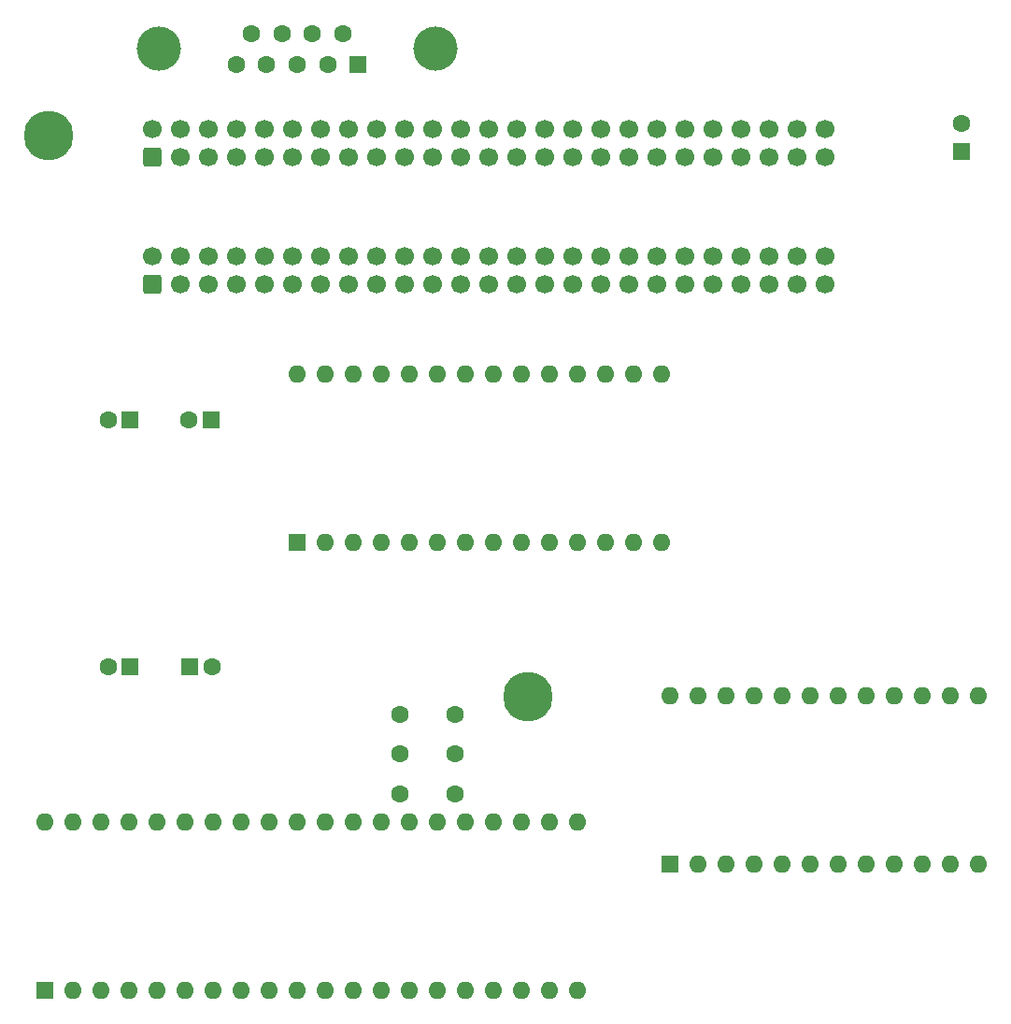
<source format=gbr>
%TF.GenerationSoftware,KiCad,Pcbnew,7.0.7*%
%TF.CreationDate,2023-10-18T23:04:21+01:00*%
%TF.ProjectId,CPC464-2MINIRS232C,43504334-3634-42d3-924d-494e49525332,rev?*%
%TF.SameCoordinates,Original*%
%TF.FileFunction,Soldermask,Bot*%
%TF.FilePolarity,Negative*%
%FSLAX46Y46*%
G04 Gerber Fmt 4.6, Leading zero omitted, Abs format (unit mm)*
G04 Created by KiCad (PCBNEW 7.0.7) date 2023-10-18 23:04:21*
%MOMM*%
%LPD*%
G01*
G04 APERTURE LIST*
G04 Aperture macros list*
%AMRoundRect*
0 Rectangle with rounded corners*
0 $1 Rounding radius*
0 $2 $3 $4 $5 $6 $7 $8 $9 X,Y pos of 4 corners*
0 Add a 4 corners polygon primitive as box body*
4,1,4,$2,$3,$4,$5,$6,$7,$8,$9,$2,$3,0*
0 Add four circle primitives for the rounded corners*
1,1,$1+$1,$2,$3*
1,1,$1+$1,$4,$5*
1,1,$1+$1,$6,$7*
1,1,$1+$1,$8,$9*
0 Add four rect primitives between the rounded corners*
20,1,$1+$1,$2,$3,$4,$5,0*
20,1,$1+$1,$4,$5,$6,$7,0*
20,1,$1+$1,$6,$7,$8,$9,0*
20,1,$1+$1,$8,$9,$2,$3,0*%
G04 Aperture macros list end*
%ADD10C,4.500000*%
%ADD11C,4.000000*%
%ADD12R,1.600000X1.600000*%
%ADD13C,1.600000*%
%ADD14RoundRect,0.250000X0.600000X-0.600000X0.600000X0.600000X-0.600000X0.600000X-0.600000X-0.600000X0*%
%ADD15C,1.700000*%
%ADD16O,1.600000X1.600000*%
G04 APERTURE END LIST*
D10*
%TO.C,H7*%
X75411000Y-93930000D03*
%TD*%
D11*
%TO.C,PL505*%
X41964200Y-35286100D03*
X66964200Y-35286100D03*
D12*
X60004200Y-36706100D03*
D13*
X57234200Y-36706100D03*
X54464200Y-36706100D03*
X51694200Y-36706100D03*
X48924200Y-36706100D03*
X58619200Y-33866100D03*
X55849200Y-33866100D03*
X53079200Y-33866100D03*
X50309200Y-33866100D03*
%TD*%
D14*
%TO.C,CE1050*%
X41380000Y-45040000D03*
D15*
X41380000Y-42500000D03*
X43920000Y-45040000D03*
X43920000Y-42500000D03*
X46460000Y-45040000D03*
X46460000Y-42500000D03*
X49000000Y-45040000D03*
X49000000Y-42500000D03*
X51540000Y-45040000D03*
X51540000Y-42500000D03*
X54080000Y-45040000D03*
X54080000Y-42500000D03*
X56620000Y-45040000D03*
X56620000Y-42500000D03*
X59160000Y-45040000D03*
X59160000Y-42500000D03*
X61700000Y-45040000D03*
X61700000Y-42500000D03*
X64240000Y-45040000D03*
X64240000Y-42500000D03*
X66780000Y-45040000D03*
X66780000Y-42500000D03*
X69320000Y-45040000D03*
X69320000Y-42500000D03*
X71860000Y-45040000D03*
X71860000Y-42500000D03*
X74400000Y-45040000D03*
X74400000Y-42500000D03*
X76940000Y-45040000D03*
X76940000Y-42500000D03*
X79480000Y-45040000D03*
X79480000Y-42500000D03*
X82020000Y-45040000D03*
X82020000Y-42500000D03*
X84560000Y-45040000D03*
X84560000Y-42500000D03*
X87100000Y-45040000D03*
X87100000Y-42500000D03*
X89640000Y-45040000D03*
X89640000Y-42500000D03*
X92180000Y-45040000D03*
X92180000Y-42500000D03*
X94720000Y-45040000D03*
X94720000Y-42500000D03*
X97260000Y-45040000D03*
X97260000Y-42500000D03*
X99800000Y-45040000D03*
X99800000Y-42500000D03*
X102340000Y-45040000D03*
X102340000Y-42500000D03*
%TD*%
D12*
%TO.C,C513*%
X44744900Y-91225000D03*
D13*
X46744900Y-91225000D03*
%TD*%
D10*
%TO.C,H1*%
X31977000Y-43130000D03*
%TD*%
D13*
%TO.C,LK503*%
X68800000Y-102700000D03*
X63800000Y-102700000D03*
%TD*%
D12*
%TO.C,C512*%
X46655100Y-68825000D03*
D13*
X44655100Y-68825000D03*
%TD*%
D14*
%TO.C,CE1051*%
X41380000Y-56587500D03*
D15*
X41380000Y-54047500D03*
X43920000Y-56587500D03*
X43920000Y-54047500D03*
X46460000Y-56587500D03*
X46460000Y-54047500D03*
X49000000Y-56587500D03*
X49000000Y-54047500D03*
X51540000Y-56587500D03*
X51540000Y-54047500D03*
X54080000Y-56587500D03*
X54080000Y-54047500D03*
X56620000Y-56587500D03*
X56620000Y-54047500D03*
X59160000Y-56587500D03*
X59160000Y-54047500D03*
X61700000Y-56587500D03*
X61700000Y-54047500D03*
X64240000Y-56587500D03*
X64240000Y-54047500D03*
X66780000Y-56587500D03*
X66780000Y-54047500D03*
X69320000Y-56587500D03*
X69320000Y-54047500D03*
X71860000Y-56587500D03*
X71860000Y-54047500D03*
X74400000Y-56587500D03*
X74400000Y-54047500D03*
X76940000Y-56587500D03*
X76940000Y-54047500D03*
X79480000Y-56587500D03*
X79480000Y-54047500D03*
X82020000Y-56587500D03*
X82020000Y-54047500D03*
X84560000Y-56587500D03*
X84560000Y-54047500D03*
X87100000Y-56587500D03*
X87100000Y-54047500D03*
X89640000Y-56587500D03*
X89640000Y-54047500D03*
X92180000Y-56587500D03*
X92180000Y-54047500D03*
X94720000Y-56587500D03*
X94720000Y-54047500D03*
X97260000Y-56587500D03*
X97260000Y-54047500D03*
X99800000Y-56587500D03*
X99800000Y-54047500D03*
X102340000Y-56587500D03*
X102340000Y-54047500D03*
%TD*%
D12*
%TO.C,IC505*%
X31625000Y-120550000D03*
D16*
X34165000Y-120550000D03*
X36705000Y-120550000D03*
X39245000Y-120550000D03*
X41785000Y-120550000D03*
X44325000Y-120550000D03*
X46865000Y-120550000D03*
X49405000Y-120550000D03*
X51945000Y-120550000D03*
X54485000Y-120550000D03*
X57025000Y-120550000D03*
X59565000Y-120550000D03*
X62105000Y-120550000D03*
X64645000Y-120550000D03*
X67185000Y-120550000D03*
X69725000Y-120550000D03*
X72265000Y-120550000D03*
X74805000Y-120550000D03*
X77345000Y-120550000D03*
X79885000Y-120550000D03*
X79885000Y-105310000D03*
X77345000Y-105310000D03*
X74805000Y-105310000D03*
X72265000Y-105310000D03*
X69725000Y-105310000D03*
X67185000Y-105310000D03*
X64645000Y-105310000D03*
X62105000Y-105310000D03*
X59565000Y-105310000D03*
X57025000Y-105310000D03*
X54485000Y-105310000D03*
X51945000Y-105310000D03*
X49405000Y-105310000D03*
X46865000Y-105310000D03*
X44325000Y-105310000D03*
X41785000Y-105310000D03*
X39245000Y-105310000D03*
X36705000Y-105310000D03*
X34165000Y-105310000D03*
X31625000Y-105310000D03*
%TD*%
D12*
%TO.C,IC501*%
X54460000Y-79975000D03*
D16*
X57000000Y-79975000D03*
X59540000Y-79975000D03*
X62080000Y-79975000D03*
X64620000Y-79975000D03*
X67160000Y-79975000D03*
X69700000Y-79975000D03*
X72240000Y-79975000D03*
X74780000Y-79975000D03*
X77320000Y-79975000D03*
X79860000Y-79975000D03*
X82400000Y-79975000D03*
X84940000Y-79975000D03*
X87480000Y-79975000D03*
X87480000Y-64735000D03*
X84940000Y-64735000D03*
X82400000Y-64735000D03*
X79860000Y-64735000D03*
X77320000Y-64735000D03*
X74780000Y-64735000D03*
X72240000Y-64735000D03*
X69700000Y-64735000D03*
X67160000Y-64735000D03*
X64620000Y-64735000D03*
X62080000Y-64735000D03*
X59540000Y-64735000D03*
X57000000Y-64735000D03*
X54460000Y-64735000D03*
%TD*%
D12*
%TO.C,C1051*%
X114633600Y-44542800D03*
D13*
X114633600Y-42042800D03*
%TD*%
D12*
%TO.C,IC504*%
X88265000Y-109090000D03*
D16*
X90805000Y-109090000D03*
X93345000Y-109090000D03*
X95885000Y-109090000D03*
X98425000Y-109090000D03*
X100965000Y-109090000D03*
X103505000Y-109090000D03*
X106045000Y-109090000D03*
X108585000Y-109090000D03*
X111125000Y-109090000D03*
X113665000Y-109090000D03*
X116205000Y-109090000D03*
X116205000Y-93850000D03*
X113665000Y-93850000D03*
X111125000Y-93850000D03*
X108585000Y-93850000D03*
X106045000Y-93850000D03*
X103505000Y-93850000D03*
X100965000Y-93850000D03*
X98425000Y-93850000D03*
X95885000Y-93850000D03*
X93345000Y-93850000D03*
X90805000Y-93850000D03*
X88265000Y-93850000D03*
%TD*%
D12*
%TO.C,C515*%
X39330000Y-91200000D03*
D13*
X37330000Y-91200000D03*
%TD*%
%TO.C,LK502*%
X68800000Y-99100000D03*
X63800000Y-99100000D03*
%TD*%
D12*
%TO.C,C514*%
X39330000Y-68825000D03*
D13*
X37330000Y-68825000D03*
%TD*%
%TO.C,LK501*%
X68800000Y-95525000D03*
X63800000Y-95525000D03*
%TD*%
M02*

</source>
